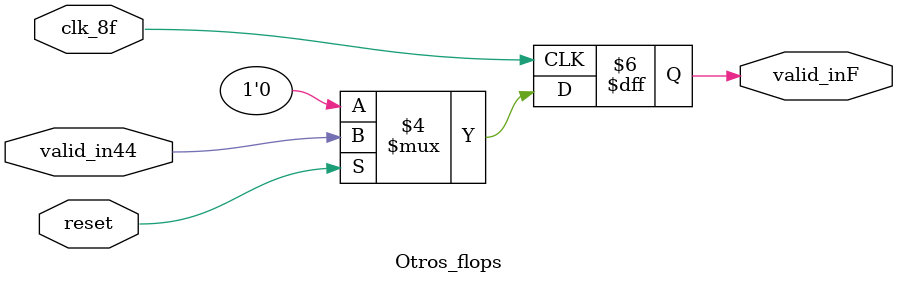
<source format=v>
module Otros_flops (
                      input valid_in44,
                      input clk_8f,
                      input reset,
                      output reg valid_inF
                      );

   always @ (posedge clk_8f) begin
      if (!reset) begin
         valid_inF <= 0;
      end else begin
         valid_inF <= valid_in44;
      end
   end

endmodule

</source>
